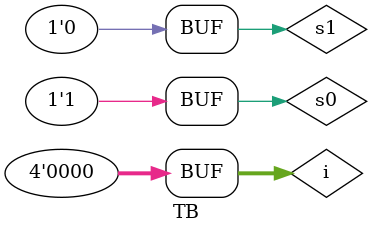
<source format=v>
module TB;
reg [0:3]i;
reg s0;
reg s1;
wire y;
initial
begin
$dumpfile("dump.vcd");
$dumpvars(0, TB);
end
mux4 newMUX(.a(i), .s0(s0),.s1(s1),.o(y));
initial
begin
i = 4'b0001;
s0=1'b0;
s1=1'b0;
#5
i = 4'b1000;
#5
i = 4'b0001;
s0=1'b1;
s1=1'b1;
#5
i = 4'b0000;
s0=1'b1;
s1=1'b0;
end
endmodule

</source>
